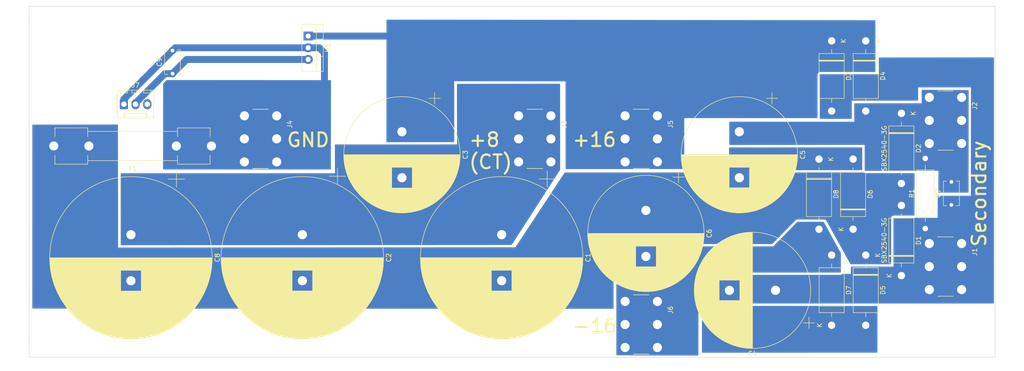
<source format=kicad_pcb>
(kicad_pcb (version 20221018) (generator pcbnew)
  (layers (0 "F.Cu" signal) (31 "B.Cu" signal) (34 "B.Paste" user) (35 "F.Paste" user) (36 "B.SilkS" user "B.Silkscreen") (37 "F.SilkS" user "F.Silkscreen") (38 "B.Mask" user) (39 "F.Mask" user) (44 "Edge.Cuts" user))
  (net 0 "")
  (net 1 "+8V")
  (net 2 "GND")
  (net 3 "+15V")
  (net 4 "/Secondary 1")
  (net 5 "Net-(D5-A)")
  (net 6 "/Secondary 2")
  (net 7 "Net-(D6-A)")
  (net 8 "-15V")
  (net 10 "+12V")
  (net 11 "/Fused GND")
  (footprint "8197:KEYSTONE_8197" (layer "F.Cu") (at 139.546504 91.426725 -90)
    (fp_text reference "J3" (at -3.175 -6.35 90) (layer "F.SilkS"))
    (fp_text value "KEYSTONE_8197")
    (pad "1_1" thru_hole circle (at -5.005 -3.505 270) (size 2.97 2.97) (drill 1.98) (layers "*.Cu" "*.Mask") (net 1 "+8V"))
    (pad "1_2" thru_hole circle (at -5.005 3.505 270) (size 2.97 2.97) (drill 1.98) (layers "*.Cu" "*.Mask") (net 1 "+8V"))
    (pad "1_3" thru_hole circle (at 0 -3.505 270) (size 2.97 2.97) (drill 1.98) (layers "*.Cu" "*.Mask") (net 1 "+8V"))
    (pad "1_4" thru_hole circle (at 0 3.505 270) (size 2.97 2.97) (drill 1.98) (layers "*.Cu" "*.Mask") (net 1 "+8V"))
    (pad "1_5" thru_hole circle (at 5.005 -3.505 270) (size 2.97 2.97) (drill 1.98) (layers "*.Cu" "*.Mask") (net 1 "+8V"))
    (pad "1_6" thru_hole circle (at 5.005 3.505 270) (size 2.97 2.97) (drill 1.98) (layers "*.Cu" "*.Mask") (net 1 "+8V"))
  )
  (footprint "MountingHole:MountingHole_3.7mm" (layer "F.Cu") (at 233.0416 69.010461)
    (fp_text reference "REF**" hide)
    (fp_text value "MountingHole_3.7mm")
    (pad "" np_thru_hole circle (at 0 0) (size 3.7 3.7) (drill 3.7) (layers "*.Cu" "*.Mask"))
  )
  (footprint "Capacitor_THT:CP_Radial_D35.0mm_P10.00mm_SnapIn" (layer "F.Cu") (at 89.12333 112.241097 -90)
    (fp_text reference "C2" (at 5 -18.75 90) (layer "F.SilkS"))
    (fp_text value "100000 uF")
    (pad "1" thru_hole rect (at 0 0 270) (size 4 4) (drill 2) (layers "*.Cu" "*.Mask") (net 1 "+8V"))
    (pad "2" thru_hole circle (at 10 0 270) (size 4 4) (drill 2) (layers "*.Cu" "*.Mask") (net 2 "GND"))
  )
  (footprint "Diode_THT:D_DO-201AD_P15.24mm_Horizontal" (layer "F.Cu") (at 201.208546 95.824384 -90)
    (fp_text reference "D8" (at 7.62 -3.72 90) (layer "F.SilkS"))
    (fp_text value "1N5400")
    (fp_text user "K" (at 0 -2.6 90) (layer "F.SilkS"))
    (pad "1" thru_hole rect (at 0 0 270) (size 3.2 3.2) (drill 1.6) (layers "*.Cu" "*.Mask") (net 7 "Net-(D6-A)"))
    (pad "2" thru_hole oval (at 15.24 0 270) (size 3.2 3.2) (drill 1.6) (layers "*.Cu" "*.Mask") (net 8 "-15V"))
  )
  (footprint "8197:KEYSTONE_8197" (layer "F.Cu") (at 228.646925 87.426725 -90)
    (fp_text reference "J2" (at -3.175 -6.35 90) (layer "F.SilkS"))
    (fp_text value "KEYSTONE_8197")
    (pad "1_1" thru_hole circle (at -5.005 -3.505 270) (size 2.97 2.97) (drill 1.98) (layers "*.Cu" "*.Mask") (net 6 "/Secondary 2"))
    (pad "1_2" thru_hole circle (at -5.005 3.505 270) (size 2.97 2.97) (drill 1.98) (layers "*.Cu" "*.Mask") (net 6 "/Secondary 2"))
    (pad "1_3" thru_hole circle (at 0 -3.505 270) (size 2.97 2.97) (drill 1.98) (layers "*.Cu" "*.Mask") (net 6 "/Secondary 2"))
    (pad "1_4" thru_hole circle (at 0 3.505 270) (size 2.97 2.97) (drill 1.98) (layers "*.Cu" "*.Mask") (net 6 "/Secondary 2"))
    (pad "1_5" thru_hole circle (at 5.005 -3.505 270) (size 2.97 2.97) (drill 1.98) (layers "*.Cu" "*.Mask") (net 6 "/Secondary 2"))
    (pad "1_6" thru_hole circle (at 5.005 3.505 270) (size 2.97 2.97) (drill 1.98) (layers "*.Cu" "*.Mask") (net 6 "/Secondary 2"))
  )
  (footprint "Capacitor_THT:CP_Radial_D35.0mm_P10.00mm_SnapIn" (layer "F.Cu") (at 132.365348 112.241097 -90)
    (fp_text reference "C1" (at 5 -18.75 90) (layer "F.SilkS"))
    (fp_text value "100000 uF")
    (pad "1" thru_hole rect (at 0 0 270) (size 4 4) (drill 2) (layers "*.Cu" "*.Mask") (net 1 "+8V"))
    (pad "2" thru_hole circle (at 10 0 270) (size 4 4) (drill 2) (layers "*.Cu" "*.Mask") (net 2 "GND"))
  )
  (footprint "8197:KEYSTONE_8197" (layer "F.Cu") (at 162.64774 91.426725 -90)
    (fp_text reference "J5" (at -3.175 -6.35 90) (layer "F.SilkS"))
    (fp_text value "KEYSTONE_8197")
    (pad "1_1" thru_hole circle (at -5.005 -3.505 270) (size 2.97 2.97) (drill 1.98) (layers "*.Cu" "*.Mask") (net 3 "+15V"))
    (pad "1_2" thru_hole circle (at -5.005 3.505 270) (size 2.97 2.97) (drill 1.98) (layers "*.Cu" "*.Mask") (net 3 "+15V"))
    (pad "1_3" thru_hole circle (at 0 -3.505 270) (size 2.97 2.97) (drill 1.98) (layers "*.Cu" "*.Mask") (net 3 "+15V"))
    (pad "1_4" thru_hole circle (at 0 3.505 270) (size 2.97 2.97) (drill 1.98) (layers "*.Cu" "*.Mask") (net 3 "+15V"))
    (pad "1_5" thru_hole circle (at 5.005 -3.505 270) (size 2.97 2.97) (drill 1.98) (layers "*.Cu" "*.Mask") (net 3 "+15V"))
    (pad "1_6" thru_hole circle (at 5.005 3.505 270) (size 2.97 2.97) (drill 1.98) (layers "*.Cu" "*.Mask") (net 3 "+15V"))
  )
  (footprint "MountingHole:MountingHole_4.3mm_M4" (layer "F.Cu") (at 33.0166 65.835461)
    (fp_text reference "REF**" hide)
    (fp_text value "MountingHole_4.3mm_M4")
    (pad "" np_thru_hole circle (at 0 0) (size 4.3 4.3) (drill 4.3) (layers "*.Cu" "*.Mask"))
  )
  (footprint "Capacitor_THT:CP_Radial_D25.0mm_P10.00mm_SnapIn" (layer "F.Cu") (at 163.66093 106.972444 -90)
    (fp_text reference "C6" (at 5 -13.75 90) (layer "F.SilkS"))
    (fp_text value "22000 uF")
    (pad "1" thru_hole rect (at 0 0 270) (size 4 4) (drill 2) (layers "*.Cu" "*.Mask") (net 2 "GND"))
    (pad "2" thru_hole circle (at 10 0 270) (size 4 4) (drill 2) (layers "*.Cu" "*.Mask") (net 8 "-15V"))
  )
  (footprint "8197:KEYSTONE_8197" (layer "F.Cu") (at 228.646925 119.169962 -90)
    (fp_text reference "J1" (at -3.175 -6.35 90) (layer "F.SilkS"))
    (fp_text value "KEYSTONE_8197")
    (pad "1_1" thru_hole circle (at -5.005 -3.505 270) (size 2.97 2.97) (drill 1.98) (layers "*.Cu" "*.Mask") (net 4 "/Secondary 1"))
    (pad "1_2" thru_hole circle (at -5.005 3.505 270) (size 2.97 2.97) (drill 1.98) (layers "*.Cu" "*.Mask") (net 4 "/Secondary 1"))
    (pad "1_3" thru_hole circle (at 0 -3.505 270) (size 2.97 2.97) (drill 1.98) (layers "*.Cu" "*.Mask") (net 4 "/Secondary 1"))
    (pad "1_4" thru_hole circle (at 0 3.505 270) (size 2.97 2.97) (drill 1.98) (layers "*.Cu" "*.Mask") (net 4 "/Secondary 1"))
    (pad "1_5" thru_hole circle (at 5.005 -3.505 270) (size 2.97 2.97) (drill 1.98) (layers "*.Cu" "*.Mask") (net 4 "/Secondary 1"))
    (pad "1_6" thru_hole circle (at 5.005 3.505 270) (size 2.97 2.97) (drill 1.98) (layers "*.Cu" "*.Mask") (net 4 "/Secondary 1"))
  )
  (footprint "MountingHole:MountingHole_4.3mm_M4" (layer "F.Cu") (at 33.0166 135.685461)
    (fp_text reference "REF**" hide)
    (fp_text value "MountingHole_4.3mm_M4")
    (pad "" np_thru_hole circle (at 0 0) (size 4.3 4.3) (drill 4.3) (layers "*.Cu" "*.Mask"))
  )
  (footprint "MountingHole:MountingHole_4.3mm_M4" (layer "F.Cu") (at 236.2166 135.685461)
    (fp_text reference "REF**" hide)
    (fp_text value "MountingHole_4.3mm_M4")
    (pad "" np_thru_hole circle (at 0 0) (size 4.3 4.3) (drill 4.3) (layers "*.Cu" "*.Mask"))
  )
  (footprint "Capacitor_THT:C_Disc_D5.1mm_W3.2mm_P5.00mm" (layer "F.Cu") (at 60.958683 77.250621 90)
    (fp_text reference "C9" (at 2.5 -2.85 90) (layer "F.SilkS"))
    (fp_text value ".1 uF")
    (pad "1" thru_hole circle (at 0 0 90) (size 1.6 1.6) (drill 0.8) (layers "*.Cu" "*.Mask") (net 10 "+12V"))
    (pad "2" thru_hole circle (at 5 0 90) (size 1.6 1.6) (drill 0.8) (layers "*.Cu" "*.Mask") (net 11 "/Fused GND"))
  )
  (footprint "Package_TO_SOT_THT:TO-220-3_Vertical" (layer "F.Cu") (at 90.387545 69.099803 -90)
    (fp_text reference "U1" (at 2.54 -4.27 90) (layer "F.SilkS"))
    (fp_text value "LM7812_TO220")
    (pad "1" thru_hole rect (at 0 0 270) (size 1.905 2) (drill 1.1) (layers "*.Cu" "*.Mask") (net 3 "+15V"))
    (pad "2" thru_hole oval (at 2.54 0 270) (size 1.905 2) (drill 1.1) (layers "*.Cu" "*.Mask") (net 11 "/Fused GND"))
    (pad "3" thru_hole oval (at 5.08 0 270) (size 1.905 2) (drill 1.1) (layers "*.Cu" "*.Mask") (net 10 "+12V"))
  )
  (footprint "Fuse:Fuseholder_Clip-6.3x32mm_Littelfuse_122_Inline_P34.21x7.62mm_D2.54mm_Horizontal" (layer "F.Cu") (at 69.411218 92.977499 180)
    (fp_text reference "F1" (at 17.1 -5) (layer "F.SilkS"))
    (fp_text value "Fuse")
    (pad "1" thru_hole roundrect (at 0 0 180) (size 3.5 3.5) (drill 1.98) (layers "*.Cu" "*.Mask") (net 11 "/Fused GND"))
    (pad "1" thru_hole roundrect (at 7.62 0 180) (size 3.5 3.5) (drill 1.98) (layers "*.Cu" "*.Mask") (net 11 "/Fused GND"))
    (pad "2" thru_hole circle (at 26.59 0 180) (size 3.5 3.5) (drill 1.98) (layers "*.Cu" "*.Mask") (net 2 "GND"))
    (pad "2" thru_hole circle (at 34.21 0 180) (size 3.5 3.5) (drill 1.98) (layers "*.Cu" "*.Mask") (net 2 "GND"))
  )
  (footprint "Capacitor_THT:CP_Radial_D35.0mm_P10.00mm_SnapIn" (layer "F.Cu") (at 51.937228 112.25424 -90)
    (fp_text reference "C8" (at 5 -18.75 90) (layer "F.SilkS"))
    (fp_text value "100000 uF")
    (pad "1" thru_hole rect (at 0 0 270) (size 4 4) (drill 2) (layers "*.Cu" "*.Mask") (net 1 "+8V"))
    (pad "2" thru_hole circle (at 10 0 270) (size 4 4) (drill 2) (layers "*.Cu" "*.Mask") (net 2 "GND"))
  )
  (footprint "Capacitor_THT:CP_Radial_D25.0mm_P10.00mm_SnapIn" (layer "F.Cu") (at 191.778048 124.332255 180)
    (fp_text reference "C4" (at 5 -13.75) (layer "F.SilkS"))
    (fp_text value "22000 uF")
    (pad "1" thru_hole rect (at 0 0 180) (size 4 4) (drill 2) (layers "*.Cu" "*.Mask") (net 4 "/Secondary 1"))
    (pad "2" thru_hole circle (at 10 0 180) (size 4 4) (drill 2) (layers "*.Cu" "*.Mask") (net 5 "Net-(D5-A)"))
  )
  (footprint "Diode_THT:D_DO-201AD_P15.24mm_Horizontal" (layer "F.Cu") (at 219.084144 121.134668 90)
    (fp_text reference "D1" (at 7.62 3.72 90) (layer "F.SilkS"))
    (fp_text value "SBX2540-3G" (at 7.62 -3.72 90) (layer "F.SilkS"))
    (fp_text user "K" (at 0 -2.6 90) (layer "F.SilkS"))
    (pad "1" thru_hole rect (at 0 0 90) (size 3.2 3.2) (drill 1.6) (layers "*.Cu" "*.Mask") (net 4 "/Secondary 1"))
    (pad "2" thru_hole oval (at 15.24 0 90) (size 3.2 3.2) (drill 1.6) (layers "*.Cu" "*.Mask") (net 2 "GND"))
  )
  (footprint "Capacitor_THT:C_Disc_D5.1mm_W3.2mm_P5.00mm" (layer "F.Cu") (at 229.935551 105.766044 90)
    (fp_text reference "C7" (at 2.5 -2.85 90) (layer "F.SilkS"))
    (fp_text value ".33 uF")
    (pad "1" thru_hole circle (at 0 0 90) (size 1.6 1.6) (drill 0.8) (layers "*.Cu" "*.Mask") (net 4 "/Secondary 1"))
    (pad "2" thru_hole circle (at 5 0 90) (size 1.6 1.6) (drill 0.8) (layers "*.Cu" "*.Mask") (net 6 "/Secondary 2"))
  )
  (footprint "Capacitor_THT:CP_Radial_D25.0mm_P10.00mm_SnapIn" (layer "F.Cu") (at 183.927532 89.87483 -90)
    (fp_text reference "C5" (at 5 -13.75 -270) (layer "F.SilkS"))
    (fp_text value "22000 uF")
    (pad "1" thru_hole rect (at 0 0 270) (size 4 4) (drill 2) (layers "*.Cu" "*.Mask") (net 6 "/Secondary 2"))
    (pad "2" thru_hole circle (at 10 0 270) (size 4 4) (drill 2) (layers "*.Cu" "*.Mask") (net 7 "Net-(D6-A)"))
  )
  (footprint "MountingHole:MountingHole_3.7mm" (layer "F.Cu") (at 36.1916 132.510461)
    (fp_text reference "REF**" hide)
    (fp_text value "MountingHole_3.7mm")
    (pad "" np_thru_hole circle (at 0 0) (size 3.7 3.7) (drill 3.7) (layers "*.Cu" "*.Mask"))
  )
  (footprint "Diode_THT:D_DO-201AD_P15.24mm_Horizontal" (layer "F.Cu") (at 219.084144 85.881828 -90)
    (fp_text reference "D2" (at 7.62 -3.72 90) (layer "F.SilkS"))
    (fp_text value "SBX2540-3G" (at 7.62 3.72 90) (layer "F.SilkS"))
    (fp_text user "K" (at 0 -2.6 90) (layer "F.SilkS"))
    (pad "1" thru_hole rect (at 0 0 270) (size 3.2 3.2) (drill 1.6) (layers "*.Cu" "*.Mask") (net 6 "/Secondary 2"))
    (pad "2" thru_hole oval (at 15.24 0 270) (size 3.2 3.2) (drill 1.6) (layers "*.Cu" "*.Mask") (net 2 "GND"))
  )
  (footprint "Resistor_THT:R_Axial_DIN0411_L9.9mm_D3.6mm_P15.24mm_Horizontal" (layer "F.Cu") (at 224.266068 110.909979 90)
    (fp_text reference "R1" (at 7.62 -2.92 90) (layer "F.SilkS"))
    (fp_text value "330R")
    (pad "1" thru_hole circle (at 0 0 90) (size 2.4 2.4) (drill 1.2) (layers "*.Cu" "*.Mask") (net 4 "/Secondary 1"))
    (pad "2" thru_hole oval (at 15.24 0 90) (size 2.4 2.4) (drill 1.2) (layers "*.Cu" "*.Mask") (net 6 "/Secondary 2"))
  )
  (footprint "MountingHole:MountingHole_4.3mm_M4" (layer "F.Cu") (at 236.2166 65.835461)
    (fp_text reference "REF**" hide)
    (fp_text value "MountingHole_4.3mm_M4")
    (pad "" np_thru_hole circle (at 0 0) (size 4.3 4.3) (drill 4.3) (layers "*.Cu" "*.Mask"))
  )
  (footprint "8197:KEYSTONE_8197" (layer "F.Cu") (at 80.058668 91.426725 -90)
    (fp_text reference "J4" (at -3.175 -6.35 90) (layer "F.SilkS"))
    (fp_text value "KEYSTONE_8197")
    (pad "1_1" thru_hole circle (at -5.005 -3.505 270) (size 2.97 2.97) (drill 1.98) (layers "*.Cu" "*.Mask") (net 11 "/Fused GND"))
    (pad "1_2" thru_hole circle (at -5.005 3.505 270) (size 2.97 2.97) (drill 1.98) (layers "*.Cu" "*.Mask") (net 11 "/Fused GND"))
    (pad "1_3" thru_hole circle (at 0 -3.505 270) (size 2.97 2.97) (drill 1.98) (layers "*.Cu" "*.Mask") (net 11 "/Fused GND"))
    (pad "1_4" thru_hole circle (at 0 3.505 270) (size 2.97 2.97) (drill 1.98) (layers "*.Cu" "*.Mask") (net 11 "/Fused GND"))
    (pad "1_5" thru_hole circle (at 5.005 -3.505 270) (size 2.97 2.97) (drill 1.98) (layers "*.Cu" "*.Mask") (net 11 "/Fused GND"))
    (pad "1_6" thru_hole circle (at 5.005 3.505 270) (size 2.97 2.97) (drill 1.98) (layers "*.Cu" "*.Mask") (net 11 "/Fused GND"))
  )
  (footprint "8197:KEYSTONE_8197" (layer "F.Cu") (at 162.64774 131.749735 -90)
    (fp_text reference "J6" (at -3.175 -6.35 90) (layer "F.SilkS"))
    (fp_text value "KEYSTONE_8197")
    (pad "1_1" thru_hole circle (at -5.005 -3.505 270) (size 2.97 2.97) (drill 1.98) (layers "*.Cu" "*.Mask") (net 8 "-15V"))
    (pad "1_2" thru_hole circle (at -5.005 3.505 270) (size 2.97 2.97) (drill 1.98) (layers "*.Cu" "*.Mask") (net 8 "-15V"))
    (pad "1_3" thru_hole circle (at 0 -3.505 270) (size 2.97 2.97) (drill 1.98) (layers "*.Cu" "*.Mask") (net 8 "-15V"))
    (pad "1_4" thru_hole circle (at 0 3.505 270) (size 2.97 2.97) (drill 1.98) (layers "*.Cu" "*.Mask") (net 8 "-15V"))
    (pad "1_5" thru_hole circle (at 5.005 -3.505 270) (size 2.97 2.97) (drill 1.98) (layers "*.Cu" "*.Mask") (net 8 "-15V"))
    (pad "1_6" thru_hole circle (at 5.005 3.505 270) (size 2.97 2.97) (drill 1.98) (layers "*.Cu" "*.Mask") (net 8 "-15V"))
  )
  (footprint "Diode_THT:D_DO-201AD_P15.24mm_Horizontal" (layer "F.Cu") (at 208.602405 111.057823 90)
    (fp_text reference "D6" (at 7.62 3.72 90) (layer "F.SilkS"))
    (fp_text value "1N5400")
    (fp_text user "K" (at 0 -2.6 90) (layer "F.SilkS"))
    (pad "1" thru_hole rect (at 0 0 90) (size 3.2 3.2) (drill 1.6) (layers "*.Cu" "*.Mask") (net 2 "GND"))
    (pad "2" thru_hole oval (at 15.24 0 90) (size 3.2 3.2) (drill 1.6) (layers "*.Cu" "*.Mask") (net 7 "Net-(D6-A)"))
  )
  (footprint "Diode_THT:D_DO-201AD_P15.24mm_Horizontal" (layer "F.Cu") (at 203.950028 131.915749 90)
    (fp_text reference "D7" (at 7.62 3.72 90) (layer "F.SilkS"))
    (fp_text value "1N5400")
    (fp_text user "K" (at 0 -2.6 90) (layer "F.SilkS"))
    (pad "1" thru_hole rect (at 0 0 90) (size 3.2 3.2) (drill 1.6) (layers "*.Cu" "*.Mask") (net 5 "Net-(D5-A)"))
    (pad "2" thru_hole oval (at 15.24 0 90) (size 3.2 3.2) (drill 1.6) (layers "*.Cu" "*.Mask") (net 8 "-15V"))
  )
  (footprint "Capacitor_THT:CP_Radial_D25.0mm_P10.00mm_SnapIn" (layer "F.Cu") (at 110.73372 89.87483 -90)
    (fp_text reference "C3" (at 5 -13.75 90) (layer "F.SilkS"))
    (fp_text value "22000 uF")
    (pad "1" thru_hole rect (at 0 0 270) (size 4 4) (drill 2) (layers "*.Cu" "*.Mask") (net 3 "+15V"))
    (pad "2" thru_hole circle (at 10 0 270) (size 4 4) (drill 2) (layers "*.Cu" "*.Mask") (net 1 "+8V"))
  )
  (footprint "MountingHole:MountingHole_3.7mm" (layer "F.Cu") (at 233.0416 132.510461)
    (fp_text reference "REF**" hide)
    (fp_text value "MountingHole_3.7mm")
    (pad "" np_thru_hole circle (at 0 0) (size 3.7 3.7) (drill 3.7) (layers "*.Cu" "*.Mask"))
  )
  (footprint "MountingHole:MountingHole_3.7mm" (layer "F.Cu") (at 36.1916 69.010461)
    (fp_text reference "REF**" hide)
    (fp_text value "MountingHole_3.7mm")
    (pad "" np_thru_hole circle (at 0 0) (size 3.7 3.7) (drill 3.7) (layers "*.Cu" "*.Mask"))
  )
  (footprint "Connector_Molex:Molex_KK-254_AE-6410-03A_1x03_P2.54mm_Vertical" (layer "F.Cu") (at 50.408704 83.895128)
    (fp_text reference "J7" (at 2.54 -4.12) (layer "F.SilkS"))
    (fp_text value "Conn_01x03_Pin")
    (pad "1" thru_hole roundrect (at 0 0) (size 1.74 2.19) (drill 1.19) (layers "*.Cu" "*.Mask") (roundrect_rratio 0.1436781609) (net 11 "/Fused GND"))
    (pad "2" thru_hole oval (at 2.54 0) (size 1.74 2.19) (drill 1.19) (layers "*.Cu" "*.Mask") (net 10 "+12V"))
    (pad "3" thru_hole oval (at 5.08 0) (size 1.74 2.19) (drill 1.19) (layers "*.Cu" "*.Mask"))
  )
  (footprint "Diode_THT:D_DO-201AD_P15.24mm_Horizontal" (layer "F.Cu") (at 203.950028 70.145419 -90)
    (fp_text reference "D3" (at 7.62 -3.72 90) (layer "F.SilkS"))
    (fp_text value "1N5400")
    (fp_text user "K" (at 0 -2.6 90) (layer "F.SilkS"))
    (pad "1" thru_hole rect (at 0 0 270) (size 3.2 3.2) (drill 1.6) (layers "*.Cu" "*.Mask") (net 3 "+15V"))
    (pad "2" thru_hole oval (at 15.24 0 270) (size 3.2 3.2) (drill 1.6) (layers "*.Cu" "*.Mask") (net 4 "/Secondary 1"))
  )
  (footprint "Diode_THT:D_DO-201AD_P15.24mm_Horizontal" (layer "F.Cu") (at 211.347494 116.682656 -90)
    (fp_text reference "D5" (at 7.62 -3.72 90) (layer "F.SilkS"))
    (fp_text value "1N5400")
    (fp_text user "K" (at 0 -2.6 90) (layer "F.SilkS"))
    (pad "1" thru_hole rect (at 0 0 270) (size 3.2 3.2) (drill 1.6) (layers "*.Cu" "*.Mask") (net 2 "GND"))
    (pad "2" thru_hole oval (at 15.24 0 270) (size 3.2 3.2) (drill 1.6) (layers "*.Cu" "*.Mask") (net 5 "Net-(D5-A)"))
  )
  (footprint "Diode_THT:D_DO-201AD_P15.24mm_Horizontal" (layer "F.Cu") (at 211.347494 70.145419 -90)
    (fp_text reference "D4" (at 7.62 -3.72 90) (layer "F.SilkS"))
    (fp_text value "1N5400")
    (fp_text user "K" (at 0 -2.6 90) (layer "F.SilkS"))
    (pad "1" thru_hole rect (at 0 0 270) (size 3.2 3.2) (drill 1.6) (layers "*.Cu" "*.Mask") (net 3 "+15V"))
    (pad "2" thru_hole oval (at 15.24 0 270) (size 3.2 3.2) (drill 1.6) (layers "*.Cu" "*.Mask") (net 6 "/Secondary 2"))
  )
  (gr_rect (start 29.8416 62.660461) (end 239.3916 138.860461) (stroke (width 0.1)) (fill none) (layer "Edge.Cuts"))
  (gr_text "Secondary" (at 237.699108 115.113542 90) (layer "F.SilkS") (effects (font (size 3 3) (thickness 0.45)) (justify left bottom)))
  (gr_text "+16" (at 147.465451 93.363506) (layer "F.SilkS") (effects (font (size 3 3) (thickness 0.45)) (justify left bottom)))
  (gr_text "-16" (at 147.54029 133.831808) (layer "F.SilkS") (effects (font (size 3 3) (thickness 0.45)) (justify left bottom)))
  (gr_text "GND" (at 85.52419 93.41331) (layer "F.SilkS") (effects (font (size 3 3) (thickness 0.45)) (justify left bottom)))
  (gr_text "+8\n(CT)" (at 125.036245 98.201178) (layer "F.SilkS") (effects (font (size 3 3) (thickness 0.45)) (justify left bottom)))
  (segment (start 51.950371 122.241097) (end 51.937228 122.25424) (width 3) (layer "B.Cu") (net 2))
  (segment (start 211.366389 116.701551) (end 211.347494 116.682656) (width 3) (layer "B.Cu") (net 2))
  (segment (start 90.387545 69.099803) (end 119.349238 69.099803) (width 1.5) (layer "B.Cu") (net 3))
  (segment (start 219.058383 85.856067) (end 219.084144 85.881828) (width 3) (layer "B.Cu") (net 6))
  (segment (start 90.387545 74.179803) (end 64.029501 74.179803) (width 1.5) (layer "B.Cu") (net 10))
  (segment (start 59.334342 77.250621) (end 60.958683 77.250621) (width 1.5) (layer "B.Cu") (net 10))
  (segment (start 52.948704 83.636259) (end 59.334342 77.250621) (width 1.5) (layer "B.Cu") (net 10))
  (segment (start 64.029501 74.179803) (end 60.958683 77.250621) (width 1.5) (layer "B.Cu") (net 10))
  (segment (start 52.948704 83.895128) (end 52.948704 83.636259) (width 1.5) (layer "B.Cu") (net 10))
  (segment (start 90.387545 71.639803) (end 61.569501 71.639803) (width 1.5) (layer "B.Cu") (net 11))
  (segment (start 50.408704 82.8006) (end 60.958683 72.250621) (width 1.5) (layer "B.Cu") (net 11))
  (segment (start 90.387545 71.639803) (end 92.792545 71.639803) (width 1.5) (layer "B.Cu") (net 11))
  (segment (start 92.792545 71.639803) (end 93.924138 72.771396) (width 1.5) (layer "B.Cu") (net 11))
  (segment (start 61.569501 71.639803) (end 60.958683 72.250621) (width 1.5) (layer "B.Cu") (net 11))
  (segment (start 50.408704 83.895128) (end 50.408704 82.8006) (width 1.5) (layer "B.Cu") (net 11))
  (segment (start 93.924138 72.771396) (end 93.924138 80.534398) (width 1.5) (layer "B.Cu") (net 11))
  (zone (net 3) (net_name "+15V") (layer "B.Cu") (priority 3) (connect_pads yes (clearance 0.5)) (min_thickness 0.25) (fill yes (thermal_gap 0.5) (thermal_bridge_width 0.5))
    (polygon (pts (xy 107.359766 92.144069) (xy 122.087395 92.133327) (xy 122.06744 78.901954) (xy 146.224343 78.92583) (xy 146.240585 97.989215) (xy 171.974764 97.983106) (xy 171.980401 86.909185) (xy 201.120554 86.918527) (xy 201.140539 77.156253) (xy 213.444742 77.16251) (xy 213.436206 65.657958) (xy 107.38266 65.534891)))
  )
  (zone (net 2) (net_name "GND") (layer "B.Cu") (priority 1) (connect_pads yes (clearance 0.5)) (min_thickness 0.25) (fill yes (thermal_gap 0.5) (thermal_bridge_width 0.5))
    (polygon (pts (xy 49.11734 88.305091) (xy 30.552688 88.340864) (xy 30.54548 128.288295) (xy 156.641323 128.340611) (xy 156.630581 114.59867) (xy 190.724094 114.623165) (xy 196.359638 108.959359) (xy 202.680572 108.977883) (xy 208.212519 118.987594) (xy 216.896123 118.993402) (xy 216.898361 108.262979) (xy 221.923257 108.265906) (xy 221.943755 98.728556) (xy 146.036848 98.725737) (xy 135.346207 114.981804) (xy 49.153448 115.037168)))
  )
  (zone (net 7) (net_name "Net-(D6-A)") (layer "B.Cu") (priority 8) (connect_pads yes (clearance 0.5)) (min_thickness 0.25) (fill yes (thermal_gap 0.5) (thermal_bridge_width 0.5))
    (polygon (pts (xy 210.581281 93.269686) (xy 210.587074 98.232063) (xy 186.103823 98.229125) (xy 186.092689 102.003332) (xy 181.693483 102.00142) (xy 181.702815 93.29161)))
  )
  (zone (net 6) (net_name "/Secondary 2") (layer "B.Cu") (priority 4) (connect_pads yes (clearance 0.5)) (min_thickness 0.25) (fill yes (thermal_gap 0.5) (thermal_bridge_width 0.5))
    (polygon (pts (xy 208.860949 87.700272) (xy 181.737747 87.692364) (xy 181.734074 92.744572) (xy 211.117597 92.729567) (xy 211.12472 98.368529) (xy 227.11536 98.359918) (xy 227.11536 103.103702) (xy 233.682099 103.098795) (xy 233.708437 80.831832) (xy 223.471311 80.762367) (xy 223.49231 83.699712) (xy 208.849123 83.703817)))
  )
  (zone (net 4) (net_name "/Secondary 1") (layer "B.Cu") (priority 5) (connect_pads yes (clearance 0.5)) (min_thickness 0.25) (fill yes (thermal_gap 0.5) (thermal_bridge_width 0.5))
    (polygon (pts (xy 185.947088 120.747241) (xy 208.114516 120.757671) (xy 208.120373 119.177385) (xy 217.366611 119.179484) (xy 217.360055 108.584428) (xy 226.945226 108.590943) (xy 226.949136 103.770365) (xy 234.160116 103.771916) (xy 234.178714 80.239847) (xy 222.714928 80.240922) (xy 222.709678 83.122441) (xy 208.319103 83.120337) (xy 208.318453 87.082091) (xy 201.382155 87.07068) (xy 201.399316 77.385206) (xy 214.217067 77.401677) (xy 214.207161 73.748854) (xy 239.157187 73.72737) (xy 239.155279 127.187499) (xy 185.945758 127.191995)))
  )
  (zone (net 11) (net_name "/Fused GND") (layer "B.Cu") (priority 2) (connect_pads yes (clearance 0.5)) (min_thickness 0.25) (fill yes (thermal_gap 0.5) (thermal_bridge_width 0.5))
    (polygon (pts (xy 58.926319 78.647766) (xy 58.907991 98.076231) (xy 95.311247 98.081244) (xy 95.337627 78.672544)))
  )
  (zone (net 5) (net_name "Net-(D5-A)") (layer "B.Cu") (priority 7) (connect_pads yes (clearance 0.5)) (min_thickness 0.25) (fill yes (thermal_gap 0.5) (thermal_bridge_width 0.5))
    (polygon (pts (xy 175.815358 121.179931) (xy 175.817801 137.884206) (xy 213.877882 137.866632) (xy 213.886668 127.737776) (xy 185.42396 127.71142) (xy 185.43177 121.187252)))
  )
  (zone (net 1) (net_name "+8V") (layer "B.Cu") (connect_pads yes (clearance 0.5)) (min_thickness 0.25) (fill yes (thermal_gap 0.5) (thermal_bridge_width 0.5))
    (polygon (pts (xy 49.725987 114.55764) (xy 49.72113 98.898206) (xy 96.200332 98.898204) (xy 96.193692 92.642822) (xy 122.679021 92.638907) (xy 122.668783 79.470143) (xy 145.038489 79.453986) (xy 145.050141 98.158764) (xy 134.506595 114.512591)))
  )
  (zone (net 8) (net_name "-15V") (layer "B.Cu") (priority 6) (connect_pads yes (clearance 0.5)) (min_thickness 0.25) (fill yes (thermal_gap 0.5) (thermal_bridge_width 0.5))
    (polygon (pts (xy 202.229215 109.449859) (xy 196.511941 109.444232) (xy 191.279086 114.783235) (xy 157.244505 114.777637) (xy 157.254441 138.441363) (xy 175.044793 138.504668) (xy 175.057985 120.465551) (xy 205.95004 120.4657) (xy 205.95407 116.231022)))
  )
)
</source>
